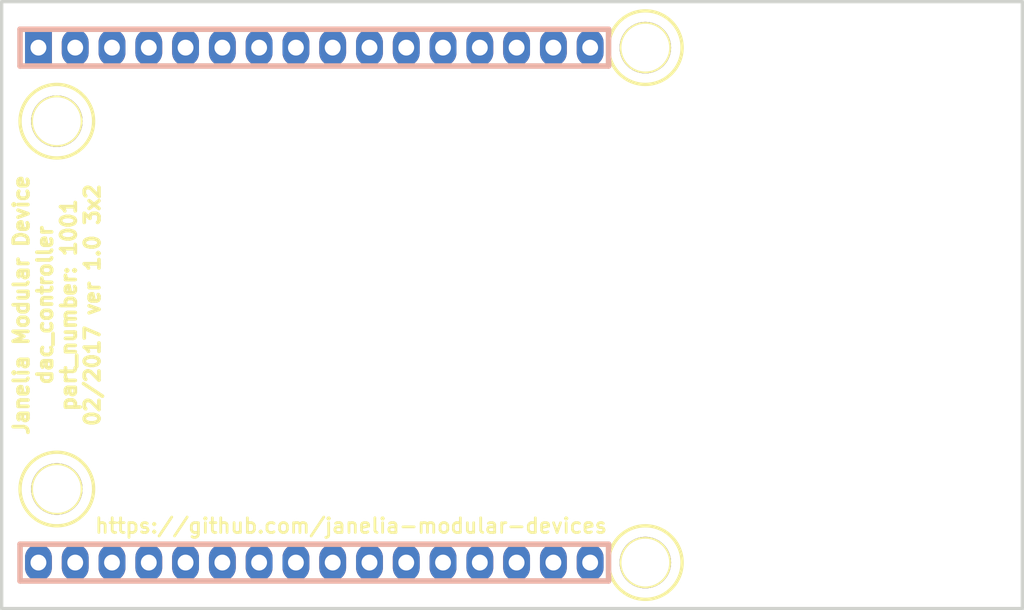
<source format=kicad_pcb>
(kicad_pcb (version 20170123) (host pcbnew no-vcs-found-0633d90~59~ubuntu16.04.1)

  (general
    (thickness 1.6)
    (drawings 6)
    (tracks 0)
    (zones 0)
    (modules 1)
    (nets 1)
  )

  (page A4)
  (title_block
    (title dac_controller_3x2)
    (rev 1.0)
  )

  (layers
    (0 F.Cu signal)
    (31 B.Cu signal)
    (32 B.Adhes user)
    (33 F.Adhes user)
    (34 B.Paste user)
    (35 F.Paste user)
    (36 B.SilkS user)
    (37 F.SilkS user)
    (38 B.Mask user)
    (39 F.Mask user)
    (40 Dwgs.User user hide)
    (41 Cmts.User user)
    (42 Eco1.User user)
    (43 Eco2.User user)
    (44 Edge.Cuts user)
    (45 Margin user)
    (46 B.CrtYd user)
    (47 F.CrtYd user)
    (48 B.Fab user)
    (49 F.Fab user)
  )

  (setup
    (last_trace_width 0.254)
    (trace_clearance 0.0254)
    (zone_clearance 0.2032)
    (zone_45_only no)
    (trace_min 0.254)
    (segment_width 0.2286)
    (edge_width 0.2286)
    (via_size 0.889)
    (via_drill 0.635)
    (via_min_size 0.889)
    (via_min_drill 0.508)
    (uvia_size 0.508)
    (uvia_drill 0.127)
    (uvias_allowed no)
    (uvia_min_size 0.508)
    (uvia_min_drill 0.127)
    (pcb_text_width 0.3)
    (pcb_text_size 1.5 1.5)
    (mod_edge_width 0.381)
    (mod_text_size 1 1)
    (mod_text_width 0.15)
    (pad_size 1.016 4.4958)
    (pad_drill 0)
    (pad_to_mask_clearance 0)
    (aux_axis_origin 0 0)
    (visible_elements FFFFF77F)
    (pcbplotparams
      (layerselection 0x000f0_ffffffff)
      (usegerberextensions true)
      (excludeedgelayer false)
      (linewidth 0.100000)
      (plotframeref false)
      (viasonmask false)
      (mode 1)
      (useauxorigin false)
      (hpglpennumber 1)
      (hpglpenspeed 20)
      (hpglpendiameter 15)
      (psnegative false)
      (psa4output false)
      (plotreference true)
      (plotvalue true)
      (plotinvisibletext false)
      (padsonsilk false)
      (subtractmaskfromsilk true)
      (outputformat 1)
      (mirror false)
      (drillshape 0)
      (scaleselection 1)
      (outputdirectory gerbers/))
  )

  (net 0 "")

  (net_class Default "This is the default net class."
    (clearance 0.0254)
    (trace_width 0.254)
    (via_dia 0.889)
    (via_drill 0.635)
    (uvia_dia 0.508)
    (uvia_drill 0.127)
    (diff_pair_gap 0.254)
    (diff_pair_width 0.254)
  )

  (net_class GND ""
    (clearance 0.1016)
    (trace_width 0.4064)
    (via_dia 0.889)
    (via_drill 0.635)
    (uvia_dia 0.508)
    (uvia_drill 0.127)
    (diff_pair_gap 0.254)
    (diff_pair_width 0.254)
  )

  (net_class LEDPOWER ""
    (clearance 0.254)
    (trace_width 0.6096)
    (via_dia 0.889)
    (via_drill 0.635)
    (uvia_dia 0.508)
    (uvia_drill 0.127)
    (diff_pair_gap 0.254)
    (diff_pair_width 0.254)
  )

  (net_class POWER ""
    (clearance 0.254)
    (trace_width 0.8128)
    (via_dia 0.889)
    (via_drill 0.635)
    (uvia_dia 0.508)
    (uvia_drill 0.127)
    (diff_pair_gap 0.254)
    (diff_pair_width 0.254)
  )

  (net_class SIGNAL ""
    (clearance 0.1016)
    (trace_width 0.4064)
    (via_dia 0.889)
    (via_drill 0.635)
    (uvia_dia 0.508)
    (uvia_drill 0.127)
    (diff_pair_gap 0.254)
    (diff_pair_width 0.254)
  )

  (net_class SUPERPOWER ""
    (clearance 0.254)
    (trace_width 1.2192)
    (via_dia 0.889)
    (via_drill 0.635)
    (uvia_dia 0.508)
    (uvia_drill 0.127)
    (diff_pair_gap 0.254)
    (diff_pair_width 0.254)
  )

  (module dac_controller_3x2:MODULAR_DEVICE_BASE_3X2_MALE (layer F.Cu) (tedit 59284650) (tstamp 589B69A7)
    (at 107.315 88.9)
    (path /589B6745)
    (fp_text reference MDB1 (at 0 0) (layer F.SilkS) hide
      (effects (font (size 1.016 1.016) (thickness 0.254)))
    )
    (fp_text value MODULAR_DEVICE_BASE_3X2_MALE (at 0 2.54) (layer F.SilkS) hide
      (effects (font (thickness 0.3048)))
    )
    (fp_line (start 48.895 -20.955) (end -21.59 -20.955) (layer F.Fab) (width 0.2286))
    (fp_line (start 48.895 20.955) (end 48.895 -20.955) (layer F.Fab) (width 0.2286))
    (fp_line (start -21.59 20.955) (end 48.895 20.955) (layer F.Fab) (width 0.2286))
    (fp_line (start -21.59 -20.955) (end -21.59 20.955) (layer F.Fab) (width 0.2286))
    (fp_line (start 20.32 -19.05) (end -20.32 -19.05) (layer B.SilkS) (width 0.381))
    (fp_line (start 20.32 -16.51) (end 20.32 -19.05) (layer B.SilkS) (width 0.381))
    (fp_line (start -20.32 -16.51) (end 20.32 -16.51) (layer B.SilkS) (width 0.381))
    (fp_line (start -20.32 -19.05) (end -20.32 -16.51) (layer B.SilkS) (width 0.381))
    (fp_line (start 20.32 16.51) (end -20.32 16.51) (layer B.SilkS) (width 0.381))
    (fp_line (start 20.32 19.05) (end 20.32 16.51) (layer B.SilkS) (width 0.381))
    (fp_line (start -20.32 19.05) (end 20.32 19.05) (layer B.SilkS) (width 0.381))
    (fp_line (start -20.32 16.51) (end -20.32 19.05) (layer B.SilkS) (width 0.381))
    (fp_circle (center 22.86 -17.78) (end 25.4 -17.78) (layer F.SilkS) (width 0.2286))
    (fp_circle (center 22.86 17.78) (end 25.4 17.78) (layer F.SilkS) (width 0.2286))
    (fp_circle (center -17.78 12.7) (end -15.24 12.7) (layer F.SilkS) (width 0.2286))
    (fp_circle (center -17.78 -12.7) (end -15.24 -12.7) (layer F.SilkS) (width 0.2286))
    (pad "" thru_hole circle (at 22.86 -17.78) (size 3.556 3.556) (drill 3.302) (layers *.Cu *.Mask F.SilkS))
    (pad "" thru_hole circle (at 22.86 17.78) (size 3.556 3.556) (drill 3.302) (layers *.Cu *.Mask F.SilkS))
    (pad "" thru_hole circle (at -17.78 12.7) (size 3.556 3.556) (drill 3.302) (layers *.Cu *.Mask F.SilkS))
    (pad "" thru_hole circle (at -17.78 -12.7) (size 3.556 3.556) (drill 3.302) (layers *.Cu *.Mask F.SilkS))
    (pad AREF thru_hole oval (at -19.05 17.78) (size 1.8542 2.54) (drill 1.0922) (layers *.Cu *.Mask))
    (pad VEE thru_hole oval (at -16.51 17.78) (size 1.8542 2.54) (drill 1.0922) (layers *.Cu *.Mask))
    (pad AGND thru_hole oval (at -13.97 17.78) (size 1.8542 2.54) (drill 1.0922) (layers *.Cu *.Mask))
    (pad 3V3 thru_hole oval (at -11.43 17.78) (size 1.8542 2.54) (drill 1.0922) (layers *.Cu *.Mask))
    (pad 23 thru_hole oval (at -8.89 17.78) (size 1.8542 2.54) (drill 1.0922) (layers *.Cu *.Mask))
    (pad 22 thru_hole oval (at -6.35 17.78) (size 1.8542 2.54) (drill 1.0922) (layers *.Cu *.Mask))
    (pad 21 thru_hole oval (at -3.81 17.78) (size 1.8542 2.54) (drill 1.0922) (layers *.Cu *.Mask))
    (pad 20 thru_hole oval (at -1.27 17.78) (size 1.8542 2.54) (drill 1.0922) (layers *.Cu *.Mask))
    (pad 19 thru_hole oval (at 1.27 17.78) (size 1.8542 2.54) (drill 1.0922) (layers *.Cu *.Mask))
    (pad 18 thru_hole oval (at 3.81 17.78) (size 1.8542 2.54) (drill 1.0922) (layers *.Cu *.Mask))
    (pad 17 thru_hole oval (at 6.35 17.78) (size 1.8542 2.54) (drill 1.0922) (layers *.Cu *.Mask))
    (pad 16 thru_hole oval (at 8.89 17.78) (size 1.8542 2.54) (drill 1.0922) (layers *.Cu *.Mask))
    (pad 15 thru_hole oval (at 11.43 17.78) (size 1.8542 2.54) (drill 1.0922) (layers *.Cu *.Mask))
    (pad 14 thru_hole oval (at 13.97 17.78) (size 1.8542 2.54) (drill 1.0922) (layers *.Cu *.Mask))
    (pad 13 thru_hole oval (at 16.51 17.78) (size 1.8542 2.54) (drill 1.0922) (layers *.Cu *.Mask))
    (pad DAC thru_hole oval (at 19.05 17.78) (size 1.8542 2.54) (drill 1.0922) (layers *.Cu *.Mask))
    (pad 28 thru_hole oval (at 19.05 -17.78) (size 1.8542 2.54) (drill 1.0922) (layers *.Cu *.Mask))
    (pad 12 thru_hole oval (at 16.51 -17.78) (size 1.8542 2.54) (drill 1.0922) (layers *.Cu *.Mask))
    (pad 11 thru_hole oval (at 13.97 -17.78) (size 1.8542 2.54) (drill 1.0922) (layers *.Cu *.Mask))
    (pad 10 thru_hole oval (at 11.43 -17.78) (size 1.8542 2.54) (drill 1.0922) (layers *.Cu *.Mask))
    (pad 9 thru_hole oval (at 8.89 -17.78) (size 1.8542 2.54) (drill 1.0922) (layers *.Cu *.Mask))
    (pad 29 thru_hole oval (at 6.35 -17.78) (size 1.8542 2.54) (drill 1.0922) (layers *.Cu *.Mask))
    (pad 30 thru_hole oval (at 3.81 -17.78) (size 1.8542 2.54) (drill 1.0922) (layers *.Cu *.Mask))
    (pad 6 thru_hole oval (at 1.27 -17.78) (size 1.8542 2.54) (drill 1.0922) (layers *.Cu *.Mask))
    (pad 5 thru_hole oval (at -1.27 -17.78) (size 1.8542 2.54) (drill 1.0922) (layers *.Cu *.Mask))
    (pad 4 thru_hole oval (at -3.81 -17.78) (size 1.8542 2.54) (drill 1.0922) (layers *.Cu *.Mask))
    (pad 3 thru_hole oval (at -6.35 -17.78) (size 1.8542 2.54) (drill 1.0922) (layers *.Cu *.Mask))
    (pad 2 thru_hole oval (at -8.89 -17.78) (size 1.8542 2.54) (drill 1.0922) (layers *.Cu *.Mask))
    (pad 25 thru_hole oval (at -11.43 -17.78) (size 1.8542 2.54) (drill 1.0922) (layers *.Cu *.Mask))
    (pad VDD thru_hole rect (at -19.05 -17.78) (size 1.8542 2.54) (drill 1.0922) (layers *.Cu *.Mask))
    (pad 24 thru_hole oval (at -13.97 -17.78) (size 1.8542 2.54) (drill 1.0922) (layers *.Cu *.Mask))
    (pad GND thru_hole oval (at -16.51 -17.78) (size 1.8542 2.54) (drill 1.0922) (layers *.Cu *.Mask))
  )

  (gr_line (start 156.21 67.945) (end 85.725 67.945) (angle 90) (layer Edge.Cuts) (width 0.2286))
  (gr_line (start 156.21 109.855) (end 156.21 67.945) (angle 90) (layer Edge.Cuts) (width 0.2286))
  (gr_line (start 85.725 109.855) (end 156.21 109.855) (angle 90) (layer Edge.Cuts) (width 0.2286))
  (gr_line (start 85.725 67.945) (end 85.725 109.855) (angle 90) (layer Edge.Cuts) (width 0.2286))
  (gr_text https://github.com/janelia-modular-devices (at 109.855 104.14) (layer F.SilkS)
    (effects (font (size 1.016 1.016) (thickness 0.1905)))
  )
  (gr_text "Janelia Modular Device\ndac_controller\npart_number: 1001\n02/2017 ver 1.0 3x2" (at 89.535 88.9 90) (layer F.SilkS)
    (effects (font (size 1.016 1.016) (thickness 0.254)))
  )

)

</source>
